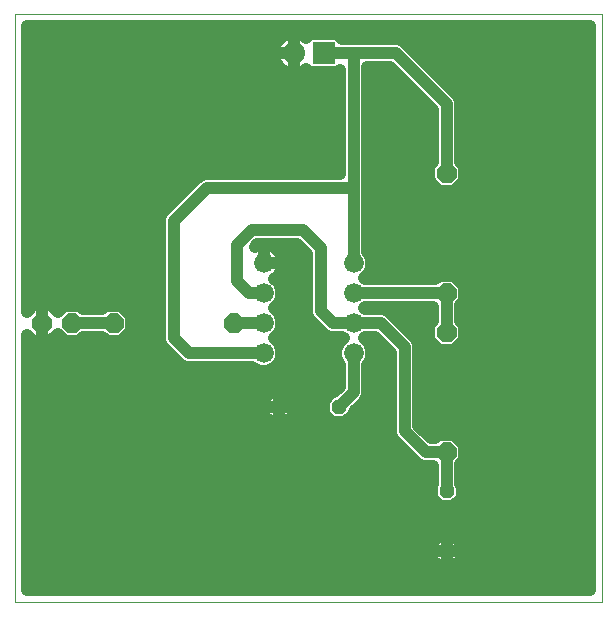
<source format=gtl>
G75*
%MOIN*%
%OFA0B0*%
%FSLAX25Y25*%
%IPPOS*%
%LPD*%
%AMOC8*
5,1,8,0,0,1.08239X$1,22.5*
%
%ADD10C,0.00000*%
%ADD11OC8,0.04800*%
%ADD12C,0.06600*%
%ADD13R,0.07400X0.07400*%
%ADD14C,0.07400*%
%ADD15OC8,0.06600*%
%ADD16C,0.04000*%
D10*
X0003000Y0003000D02*
X0003000Y0198961D01*
X0198701Y0198961D01*
X0198701Y0003000D01*
X0003000Y0003000D01*
D11*
X0091000Y0068000D03*
X0111000Y0068000D03*
X0147000Y0040000D03*
X0147000Y0020000D03*
D12*
X0116000Y0086000D03*
X0116000Y0096000D03*
X0116000Y0106000D03*
X0116000Y0116000D03*
X0086000Y0116000D03*
X0086000Y0106000D03*
X0086000Y0096000D03*
X0086000Y0086000D03*
D13*
X0106000Y0186000D03*
D14*
X0096000Y0186000D03*
D15*
X0147000Y0146000D03*
X0147000Y0106000D03*
X0147000Y0093000D03*
X0147000Y0053000D03*
X0076000Y0096000D03*
X0036000Y0096000D03*
X0022000Y0096000D03*
X0012000Y0096000D03*
D16*
X0012000Y0049000D01*
X0041000Y0020000D01*
X0091000Y0020000D01*
X0091000Y0068000D01*
X0094000Y0071000D01*
X0094000Y0115000D01*
X0093000Y0116000D01*
X0086000Y0116000D01*
X0086000Y0116000D01*
X0086000Y0122300D01*
X0086496Y0122300D01*
X0087475Y0122145D01*
X0088418Y0121838D01*
X0089302Y0121388D01*
X0090104Y0120805D01*
X0090805Y0120104D01*
X0091388Y0119302D01*
X0091838Y0118418D01*
X0092145Y0117475D01*
X0092300Y0116496D01*
X0092300Y0116000D01*
X0086000Y0116000D01*
X0086000Y0116000D01*
X0086000Y0122300D01*
X0085504Y0122300D01*
X0084525Y0122145D01*
X0083582Y0121838D01*
X0083097Y0121591D01*
X0083905Y0122400D01*
X0097095Y0122400D01*
X0100400Y0119095D01*
X0100400Y0099085D01*
X0101100Y0097394D01*
X0105100Y0093394D01*
X0106394Y0092100D01*
X0108085Y0091400D01*
X0112256Y0091400D01*
X0112656Y0091000D01*
X0110998Y0089342D01*
X0110100Y0087174D01*
X0110100Y0084826D01*
X0110998Y0082658D01*
X0111400Y0082256D01*
X0111400Y0074905D01*
X0109495Y0073000D01*
X0108929Y0073000D01*
X0106000Y0070071D01*
X0106000Y0065929D01*
X0108929Y0063000D01*
X0113071Y0063000D01*
X0116000Y0065929D01*
X0116000Y0066495D01*
X0118606Y0069100D01*
X0119900Y0070394D01*
X0120600Y0072085D01*
X0120600Y0082256D01*
X0121002Y0082658D01*
X0121900Y0084826D01*
X0121900Y0087174D01*
X0121002Y0089342D01*
X0119344Y0091000D01*
X0119744Y0091400D01*
X0123095Y0091400D01*
X0128400Y0086095D01*
X0128400Y0059085D01*
X0129100Y0057394D01*
X0136100Y0050394D01*
X0137394Y0049100D01*
X0139085Y0048400D01*
X0142400Y0048400D01*
X0142400Y0042471D01*
X0142000Y0042071D01*
X0142000Y0037929D01*
X0144929Y0035000D01*
X0149071Y0035000D01*
X0152000Y0037929D01*
X0152000Y0042071D01*
X0151600Y0042471D01*
X0151600Y0049256D01*
X0152900Y0050556D01*
X0152900Y0055444D01*
X0149444Y0058900D01*
X0144556Y0058900D01*
X0143256Y0057600D01*
X0141905Y0057600D01*
X0137600Y0061905D01*
X0137600Y0088915D01*
X0136900Y0090606D01*
X0135606Y0091900D01*
X0127606Y0099900D01*
X0125915Y0100600D01*
X0119744Y0100600D01*
X0119344Y0101000D01*
X0119744Y0101400D01*
X0142400Y0101400D01*
X0142400Y0096744D01*
X0141100Y0095444D01*
X0141100Y0090556D01*
X0144556Y0087100D01*
X0149444Y0087100D01*
X0152900Y0090556D01*
X0152900Y0095444D01*
X0151600Y0096744D01*
X0151600Y0102256D01*
X0152900Y0103556D01*
X0152900Y0108444D01*
X0149444Y0111900D01*
X0144556Y0111900D01*
X0143256Y0110600D01*
X0119744Y0110600D01*
X0119344Y0111000D01*
X0121002Y0112658D01*
X0121900Y0114826D01*
X0121900Y0117174D01*
X0121002Y0119342D01*
X0120600Y0119744D01*
X0120600Y0181400D01*
X0128095Y0181400D01*
X0142400Y0167095D01*
X0142400Y0149744D01*
X0141100Y0148444D01*
X0141100Y0143556D01*
X0144556Y0140100D01*
X0149444Y0140100D01*
X0152900Y0143556D01*
X0152900Y0148444D01*
X0151600Y0149744D01*
X0151600Y0169915D01*
X0150900Y0171606D01*
X0149606Y0172900D01*
X0132606Y0189900D01*
X0130915Y0190600D01*
X0112141Y0190600D01*
X0111904Y0191173D01*
X0111173Y0191904D01*
X0110217Y0192300D01*
X0101783Y0192300D01*
X0100827Y0191904D01*
X0100169Y0191246D01*
X0099730Y0191583D01*
X0098970Y0192022D01*
X0098158Y0192358D01*
X0097310Y0192585D01*
X0096439Y0192700D01*
X0096000Y0192700D01*
X0096000Y0186000D01*
X0054000Y0186000D01*
X0012000Y0144000D01*
X0012000Y0096000D01*
X0012000Y0096000D01*
X0012000Y0102300D01*
X0014610Y0102300D01*
X0017283Y0099627D01*
X0019556Y0101900D01*
X0024444Y0101900D01*
X0025744Y0100600D01*
X0032256Y0100600D01*
X0033556Y0101900D01*
X0038444Y0101900D01*
X0041900Y0098444D01*
X0041900Y0093556D01*
X0038444Y0090100D01*
X0033556Y0090100D01*
X0032256Y0091400D01*
X0025744Y0091400D01*
X0024444Y0090100D01*
X0019556Y0090100D01*
X0017283Y0092373D01*
X0014610Y0089700D01*
X0012000Y0089700D01*
X0012000Y0096000D01*
X0012000Y0096000D01*
X0012000Y0102300D01*
X0009390Y0102300D01*
X0007000Y0099910D01*
X0007000Y0194961D01*
X0194701Y0194961D01*
X0194701Y0007000D01*
X0007000Y0007000D01*
X0007000Y0092090D01*
X0009390Y0089700D01*
X0012000Y0089700D01*
X0012000Y0096000D01*
X0012000Y0094966D02*
X0012000Y0094966D01*
X0012000Y0098964D02*
X0012000Y0098964D01*
X0007000Y0102963D02*
X0051400Y0102963D01*
X0051400Y0106961D02*
X0007000Y0106961D01*
X0007000Y0110960D02*
X0051400Y0110960D01*
X0051400Y0114958D02*
X0007000Y0114958D01*
X0007000Y0118957D02*
X0051400Y0118957D01*
X0051400Y0122955D02*
X0007000Y0122955D01*
X0007000Y0126954D02*
X0051400Y0126954D01*
X0051400Y0130915D02*
X0051400Y0090085D01*
X0052100Y0088394D01*
X0053394Y0087100D01*
X0058394Y0082100D01*
X0060085Y0081400D01*
X0082256Y0081400D01*
X0082658Y0080998D01*
X0084826Y0080100D01*
X0087174Y0080100D01*
X0089342Y0080998D01*
X0091002Y0082658D01*
X0091900Y0084826D01*
X0091900Y0087174D01*
X0091002Y0089342D01*
X0089344Y0091000D01*
X0091002Y0092658D01*
X0091900Y0094826D01*
X0091900Y0097174D01*
X0091002Y0099342D01*
X0089344Y0101000D01*
X0091002Y0102658D01*
X0091900Y0104826D01*
X0091900Y0107174D01*
X0091002Y0109342D01*
X0089551Y0110793D01*
X0090104Y0111195D01*
X0090805Y0111896D01*
X0091388Y0112698D01*
X0091838Y0113582D01*
X0092145Y0114525D01*
X0092300Y0115504D01*
X0092300Y0116000D01*
X0086000Y0116000D01*
X0086000Y0118957D02*
X0086000Y0118957D01*
X0091564Y0118957D02*
X0100400Y0118957D01*
X0100400Y0114958D02*
X0092214Y0114958D01*
X0089781Y0110960D02*
X0100400Y0110960D01*
X0100400Y0106961D02*
X0091900Y0106961D01*
X0091128Y0102963D02*
X0100400Y0102963D01*
X0100450Y0098964D02*
X0091158Y0098964D01*
X0091900Y0094966D02*
X0103529Y0094966D01*
X0105000Y0100000D02*
X0109000Y0096000D01*
X0116000Y0096000D01*
X0125000Y0096000D01*
X0133000Y0088000D01*
X0133000Y0060000D01*
X0140000Y0053000D01*
X0147000Y0053000D01*
X0147000Y0040000D01*
X0142000Y0038987D02*
X0007000Y0038987D01*
X0007000Y0042985D02*
X0142400Y0042985D01*
X0142400Y0046984D02*
X0007000Y0046984D01*
X0007000Y0050982D02*
X0135512Y0050982D01*
X0131514Y0054981D02*
X0007000Y0054981D01*
X0007000Y0058979D02*
X0128444Y0058979D01*
X0128400Y0062978D02*
X0093614Y0062978D01*
X0093237Y0062600D02*
X0091000Y0062600D01*
X0091000Y0068000D01*
X0096400Y0068000D01*
X0096400Y0070237D01*
X0093237Y0073400D01*
X0091000Y0073400D01*
X0091000Y0068000D01*
X0091000Y0068000D01*
X0091000Y0068000D01*
X0096400Y0068000D01*
X0096400Y0065763D01*
X0093237Y0062600D01*
X0091000Y0062600D02*
X0091000Y0068000D01*
X0091000Y0068000D01*
X0091000Y0068000D01*
X0085600Y0068000D01*
X0085600Y0070237D01*
X0088763Y0073400D01*
X0091000Y0073400D01*
X0091000Y0068000D01*
X0085600Y0068000D01*
X0085600Y0065763D01*
X0088763Y0062600D01*
X0091000Y0062600D01*
X0091000Y0062978D02*
X0091000Y0062978D01*
X0088386Y0062978D02*
X0007000Y0062978D01*
X0007000Y0066976D02*
X0085600Y0066976D01*
X0086338Y0070975D02*
X0007000Y0070975D01*
X0007000Y0074973D02*
X0111400Y0074973D01*
X0111400Y0078972D02*
X0007000Y0078972D01*
X0007000Y0082970D02*
X0057524Y0082970D01*
X0061000Y0086000D02*
X0056000Y0091000D01*
X0056000Y0130000D01*
X0067000Y0141000D01*
X0116000Y0141000D01*
X0116000Y0186000D01*
X0130000Y0186000D01*
X0147000Y0169000D01*
X0147000Y0146000D01*
X0141708Y0142948D02*
X0120600Y0142948D01*
X0120600Y0146946D02*
X0141100Y0146946D01*
X0142400Y0150945D02*
X0120600Y0150945D01*
X0120600Y0154943D02*
X0142400Y0154943D01*
X0142400Y0158942D02*
X0120600Y0158942D01*
X0120600Y0162940D02*
X0142400Y0162940D01*
X0142400Y0166939D02*
X0120600Y0166939D01*
X0120600Y0170937D02*
X0138557Y0170937D01*
X0134559Y0174936D02*
X0120600Y0174936D01*
X0120600Y0178934D02*
X0130560Y0178934D01*
X0135574Y0186932D02*
X0194701Y0186932D01*
X0194701Y0190930D02*
X0112005Y0190930D01*
X0116000Y0186000D02*
X0106000Y0186000D01*
X0110217Y0179700D02*
X0111173Y0180096D01*
X0111400Y0180323D01*
X0111400Y0145600D01*
X0066085Y0145600D01*
X0064394Y0144900D01*
X0063100Y0143606D01*
X0052100Y0132606D01*
X0051400Y0130915D01*
X0051415Y0130952D02*
X0007000Y0130952D01*
X0007000Y0134951D02*
X0054445Y0134951D01*
X0058444Y0138949D02*
X0007000Y0138949D01*
X0007000Y0142948D02*
X0062443Y0142948D01*
X0082000Y0127000D02*
X0077000Y0122000D01*
X0077000Y0110000D01*
X0081000Y0106000D01*
X0086000Y0106000D01*
X0086000Y0096000D02*
X0076000Y0096000D01*
X0086000Y0086000D02*
X0061000Y0086000D01*
X0053526Y0086969D02*
X0007000Y0086969D01*
X0007000Y0090967D02*
X0008123Y0090967D01*
X0012000Y0090967D02*
X0012000Y0090967D01*
X0015877Y0090967D02*
X0018689Y0090967D01*
X0022000Y0096000D02*
X0036000Y0096000D01*
X0039311Y0090967D02*
X0051400Y0090967D01*
X0051400Y0094966D02*
X0041900Y0094966D01*
X0041380Y0098964D02*
X0051400Y0098964D01*
X0032689Y0090967D02*
X0025311Y0090967D01*
X0007000Y0146946D02*
X0111400Y0146946D01*
X0111400Y0150945D02*
X0007000Y0150945D01*
X0007000Y0154943D02*
X0111400Y0154943D01*
X0111400Y0158942D02*
X0007000Y0158942D01*
X0007000Y0162940D02*
X0111400Y0162940D01*
X0111400Y0166939D02*
X0007000Y0166939D01*
X0007000Y0170937D02*
X0111400Y0170937D01*
X0111400Y0174936D02*
X0007000Y0174936D01*
X0007000Y0178934D02*
X0111400Y0178934D01*
X0110217Y0179700D02*
X0101783Y0179700D01*
X0100827Y0180096D01*
X0100169Y0180754D01*
X0099730Y0180417D01*
X0098970Y0179978D01*
X0098158Y0179642D01*
X0097310Y0179415D01*
X0096439Y0179300D01*
X0096000Y0179300D01*
X0096000Y0186000D01*
X0096000Y0186000D01*
X0096000Y0186000D01*
X0096000Y0186000D01*
X0089300Y0186000D01*
X0089300Y0186439D01*
X0089415Y0187310D01*
X0089642Y0188158D01*
X0089978Y0188970D01*
X0090417Y0189730D01*
X0090952Y0190427D01*
X0091573Y0191048D01*
X0092270Y0191583D01*
X0093030Y0192022D01*
X0093842Y0192358D01*
X0094690Y0192585D01*
X0095561Y0192700D01*
X0096000Y0192700D01*
X0096000Y0186000D01*
X0096000Y0179300D01*
X0095561Y0179300D01*
X0094690Y0179415D01*
X0093842Y0179642D01*
X0093030Y0179978D01*
X0092270Y0180417D01*
X0091573Y0180952D01*
X0090952Y0181573D01*
X0090417Y0182270D01*
X0089978Y0183030D01*
X0089642Y0183842D01*
X0089415Y0184690D01*
X0089300Y0185561D01*
X0089300Y0186000D01*
X0096000Y0186000D01*
X0096000Y0186932D02*
X0096000Y0186932D01*
X0096000Y0190930D02*
X0096000Y0190930D01*
X0091455Y0190930D02*
X0007000Y0190930D01*
X0007000Y0186932D02*
X0089365Y0186932D01*
X0090034Y0182933D02*
X0007000Y0182933D01*
X0007000Y0194929D02*
X0194701Y0194929D01*
X0194701Y0182933D02*
X0139572Y0182933D01*
X0143571Y0178934D02*
X0194701Y0178934D01*
X0194701Y0174936D02*
X0147569Y0174936D01*
X0151176Y0170937D02*
X0194701Y0170937D01*
X0194701Y0166939D02*
X0151600Y0166939D01*
X0151600Y0162940D02*
X0194701Y0162940D01*
X0194701Y0158942D02*
X0151600Y0158942D01*
X0151600Y0154943D02*
X0194701Y0154943D01*
X0194701Y0150945D02*
X0151600Y0150945D01*
X0152900Y0146946D02*
X0194701Y0146946D01*
X0194701Y0142948D02*
X0152292Y0142948D01*
X0121900Y0114958D02*
X0194701Y0114958D01*
X0194701Y0110960D02*
X0150384Y0110960D01*
X0152900Y0106961D02*
X0194701Y0106961D01*
X0194701Y0102963D02*
X0152307Y0102963D01*
X0151600Y0098964D02*
X0194701Y0098964D01*
X0194701Y0094966D02*
X0152900Y0094966D01*
X0152900Y0090967D02*
X0194701Y0090967D01*
X0194701Y0086969D02*
X0137600Y0086969D01*
X0137600Y0082970D02*
X0194701Y0082970D01*
X0194701Y0078972D02*
X0137600Y0078972D01*
X0137600Y0074973D02*
X0194701Y0074973D01*
X0194701Y0070975D02*
X0137600Y0070975D01*
X0137600Y0066976D02*
X0194701Y0066976D01*
X0194701Y0062978D02*
X0137600Y0062978D01*
X0140526Y0058979D02*
X0194701Y0058979D01*
X0194701Y0054981D02*
X0152900Y0054981D01*
X0152900Y0050982D02*
X0194701Y0050982D01*
X0194701Y0046984D02*
X0151600Y0046984D01*
X0151600Y0042985D02*
X0194701Y0042985D01*
X0194701Y0038987D02*
X0152000Y0038987D01*
X0149237Y0025400D02*
X0147000Y0025400D01*
X0147000Y0020000D01*
X0091000Y0020000D01*
X0091000Y0066976D02*
X0091000Y0066976D01*
X0091000Y0070975D02*
X0091000Y0070975D01*
X0095662Y0070975D02*
X0106904Y0070975D01*
X0106000Y0066976D02*
X0096400Y0066976D01*
X0111000Y0068000D02*
X0116000Y0073000D01*
X0116000Y0086000D01*
X0121131Y0082970D02*
X0128400Y0082970D01*
X0128400Y0078972D02*
X0120600Y0078972D01*
X0120600Y0074973D02*
X0128400Y0074973D01*
X0128400Y0070975D02*
X0120140Y0070975D01*
X0118606Y0069100D02*
X0118606Y0069100D01*
X0116482Y0066976D02*
X0128400Y0066976D01*
X0110869Y0082970D02*
X0091131Y0082970D01*
X0091900Y0086969D02*
X0110100Y0086969D01*
X0112623Y0090967D02*
X0089377Y0090967D01*
X0105000Y0100000D02*
X0105000Y0121000D01*
X0099000Y0127000D01*
X0082000Y0127000D01*
X0116000Y0116000D02*
X0116000Y0141000D01*
X0120600Y0138949D02*
X0194701Y0138949D01*
X0194701Y0134951D02*
X0120600Y0134951D01*
X0120600Y0130952D02*
X0194701Y0130952D01*
X0194701Y0126954D02*
X0120600Y0126954D01*
X0120600Y0122955D02*
X0194701Y0122955D01*
X0194701Y0118957D02*
X0121161Y0118957D01*
X0119384Y0110960D02*
X0143616Y0110960D01*
X0147000Y0106000D02*
X0147000Y0093000D01*
X0142400Y0098964D02*
X0128541Y0098964D01*
X0132540Y0094966D02*
X0141100Y0094966D01*
X0141100Y0090967D02*
X0136538Y0090967D01*
X0127526Y0086969D02*
X0121900Y0086969D01*
X0123527Y0090967D02*
X0119377Y0090967D01*
X0116000Y0106000D02*
X0147000Y0106000D01*
X0194701Y0034988D02*
X0007000Y0034988D01*
X0007000Y0030990D02*
X0194701Y0030990D01*
X0194701Y0026991D02*
X0007000Y0026991D01*
X0007000Y0022993D02*
X0142356Y0022993D01*
X0141600Y0022237D02*
X0141600Y0020000D01*
X0147000Y0020000D01*
X0147000Y0020000D01*
X0152400Y0020000D01*
X0152400Y0022237D01*
X0149237Y0025400D01*
X0147000Y0025400D02*
X0144763Y0025400D01*
X0141600Y0022237D01*
X0141600Y0020000D02*
X0141600Y0017763D01*
X0144763Y0014600D01*
X0147000Y0014600D01*
X0149237Y0014600D01*
X0152400Y0017763D01*
X0152400Y0020000D01*
X0147000Y0020000D01*
X0147000Y0020000D01*
X0147000Y0020000D01*
X0147000Y0025400D01*
X0147000Y0022993D02*
X0147000Y0022993D01*
X0147000Y0020000D02*
X0141600Y0020000D01*
X0141600Y0018994D02*
X0007000Y0018994D01*
X0007000Y0014996D02*
X0144368Y0014996D01*
X0147000Y0014996D02*
X0147000Y0014996D01*
X0147000Y0014600D02*
X0147000Y0020000D01*
X0147000Y0020000D01*
X0147000Y0014600D01*
X0149632Y0014996D02*
X0194701Y0014996D01*
X0194701Y0018994D02*
X0152400Y0018994D01*
X0151644Y0022993D02*
X0194701Y0022993D01*
X0194701Y0010997D02*
X0007000Y0010997D01*
X0147000Y0018994D02*
X0147000Y0018994D01*
X0096000Y0182933D02*
X0096000Y0182933D01*
M02*

</source>
